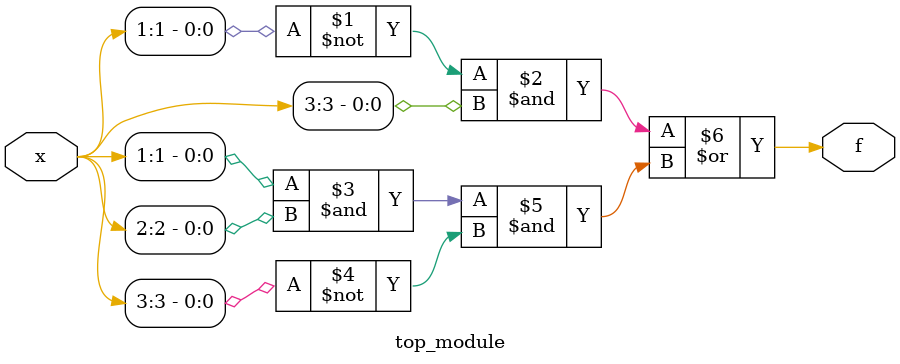
<source format=v>
module top_module (
    input [4:1] x, 
    output f );
    assign f = (~x[1]&x[3])|(x[1]&x[2]&~x[3]);
endmodule


</source>
